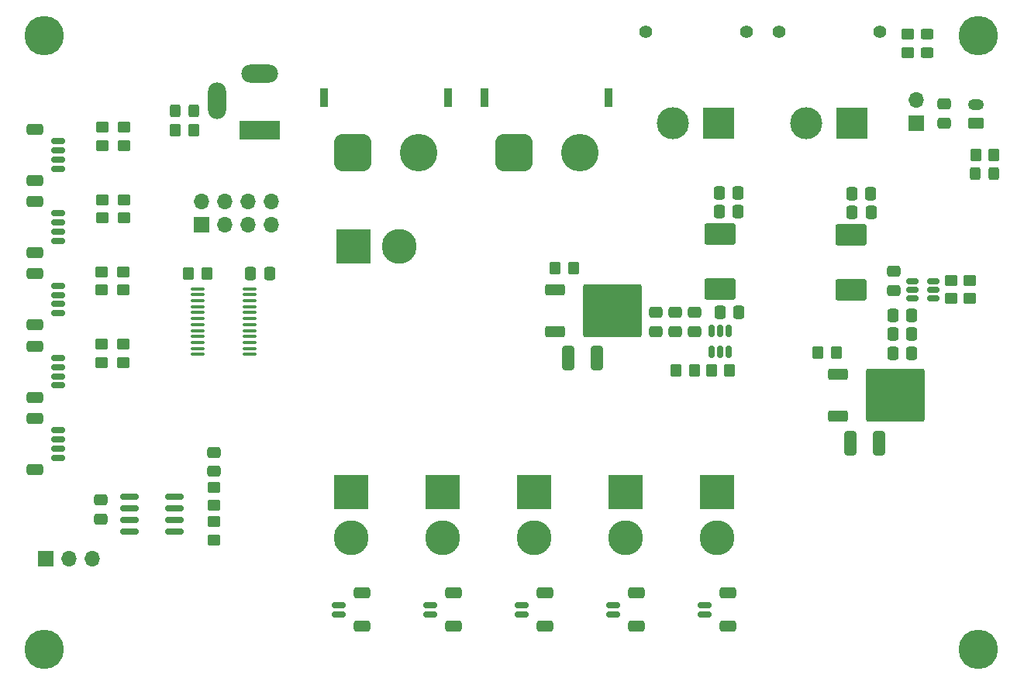
<source format=gts>
%TF.GenerationSoftware,KiCad,Pcbnew,8.0.5+1*%
%TF.CreationDate,2024-10-17T10:57:33-04:00*%
%TF.ProjectId,mainBoard,6d61696e-426f-4617-9264-2e6b69636164,rev?*%
%TF.SameCoordinates,Original*%
%TF.FileFunction,Soldermask,Top*%
%TF.FilePolarity,Negative*%
%FSLAX46Y46*%
G04 Gerber Fmt 4.6, Leading zero omitted, Abs format (unit mm)*
G04 Created by KiCad (PCBNEW 8.0.5+1) date 2024-10-17 10:57:33*
%MOMM*%
%LPD*%
G01*
G04 APERTURE LIST*
G04 Aperture macros list*
%AMRoundRect*
0 Rectangle with rounded corners*
0 $1 Rounding radius*
0 $2 $3 $4 $5 $6 $7 $8 $9 X,Y pos of 4 corners*
0 Add a 4 corners polygon primitive as box body*
4,1,4,$2,$3,$4,$5,$6,$7,$8,$9,$2,$3,0*
0 Add four circle primitives for the rounded corners*
1,1,$1+$1,$2,$3*
1,1,$1+$1,$4,$5*
1,1,$1+$1,$6,$7*
1,1,$1+$1,$8,$9*
0 Add four rect primitives between the rounded corners*
20,1,$1+$1,$2,$3,$4,$5,0*
20,1,$1+$1,$4,$5,$6,$7,0*
20,1,$1+$1,$6,$7,$8,$9,0*
20,1,$1+$1,$8,$9,$2,$3,0*%
G04 Aperture macros list end*
%ADD10R,3.800000X3.800000*%
%ADD11C,3.800000*%
%ADD12RoundRect,0.150000X-0.625000X0.150000X-0.625000X-0.150000X0.625000X-0.150000X0.625000X0.150000X0*%
%ADD13RoundRect,0.250000X-0.650000X0.350000X-0.650000X-0.350000X0.650000X-0.350000X0.650000X0.350000X0*%
%ADD14C,4.300000*%
%ADD15R,4.500000X2.000000*%
%ADD16O,4.000000X2.000000*%
%ADD17O,2.000000X4.000000*%
%ADD18RoundRect,0.250000X0.625000X-0.350000X0.625000X0.350000X-0.625000X0.350000X-0.625000X-0.350000X0*%
%ADD19O,1.750000X1.200000*%
%ADD20R,0.900000X2.000000*%
%ADD21RoundRect,1.025000X-1.025000X-1.025000X1.025000X-1.025000X1.025000X1.025000X-1.025000X1.025000X0*%
%ADD22C,4.100000*%
%ADD23RoundRect,0.150000X0.625000X-0.150000X0.625000X0.150000X-0.625000X0.150000X-0.625000X-0.150000X0*%
%ADD24RoundRect,0.250000X0.650000X-0.350000X0.650000X0.350000X-0.650000X0.350000X-0.650000X-0.350000X0*%
%ADD25RoundRect,0.250000X-0.337500X-0.475000X0.337500X-0.475000X0.337500X0.475000X-0.337500X0.475000X0*%
%ADD26RoundRect,0.250000X0.337500X0.475000X-0.337500X0.475000X-0.337500X-0.475000X0.337500X-0.475000X0*%
%ADD27RoundRect,0.250000X0.475000X-0.337500X0.475000X0.337500X-0.475000X0.337500X-0.475000X-0.337500X0*%
%ADD28C,1.400000*%
%ADD29R,3.500000X3.500000*%
%ADD30C,3.500000*%
%ADD31RoundRect,0.250000X-0.350000X-0.450000X0.350000X-0.450000X0.350000X0.450000X-0.350000X0.450000X0*%
%ADD32RoundRect,0.250000X0.450000X-0.350000X0.450000X0.350000X-0.450000X0.350000X-0.450000X-0.350000X0*%
%ADD33RoundRect,0.150000X-0.512500X-0.150000X0.512500X-0.150000X0.512500X0.150000X-0.512500X0.150000X0*%
%ADD34R,1.700000X1.700000*%
%ADD35O,1.700000X1.700000*%
%ADD36RoundRect,0.250000X-0.450000X0.350000X-0.450000X-0.350000X0.450000X-0.350000X0.450000X0.350000X0*%
%ADD37RoundRect,0.150000X-0.150000X0.512500X-0.150000X-0.512500X0.150000X-0.512500X0.150000X0.512500X0*%
%ADD38RoundRect,0.235000X1.465000X-0.940000X1.465000X0.940000X-1.465000X0.940000X-1.465000X-0.940000X0*%
%ADD39RoundRect,0.250000X0.325000X0.450000X-0.325000X0.450000X-0.325000X-0.450000X0.325000X-0.450000X0*%
%ADD40RoundRect,0.250000X-0.850000X-0.350000X0.850000X-0.350000X0.850000X0.350000X-0.850000X0.350000X0*%
%ADD41RoundRect,0.249997X-2.950003X-2.650003X2.950003X-2.650003X2.950003X2.650003X-2.950003X2.650003X0*%
%ADD42RoundRect,0.250000X-0.475000X0.337500X-0.475000X-0.337500X0.475000X-0.337500X0.475000X0.337500X0*%
%ADD43RoundRect,0.250000X0.400000X1.075000X-0.400000X1.075000X-0.400000X-1.075000X0.400000X-1.075000X0*%
%ADD44RoundRect,0.250000X0.350000X0.450000X-0.350000X0.450000X-0.350000X-0.450000X0.350000X-0.450000X0*%
%ADD45RoundRect,0.150000X-0.825000X-0.150000X0.825000X-0.150000X0.825000X0.150000X-0.825000X0.150000X0*%
%ADD46RoundRect,0.250000X0.450000X-0.325000X0.450000X0.325000X-0.450000X0.325000X-0.450000X-0.325000X0*%
%ADD47RoundRect,0.100000X-0.637500X-0.100000X0.637500X-0.100000X0.637500X0.100000X-0.637500X0.100000X0*%
%ADD48RoundRect,0.250000X-0.325000X-0.450000X0.325000X-0.450000X0.325000X0.450000X-0.325000X0.450000X0*%
G04 APERTURE END LIST*
D10*
%TO.C,J6*%
X53266571Y-46775001D03*
D11*
X58266571Y-46775001D03*
%TD*%
D10*
%TO.C,J11*%
X93000000Y-73650000D03*
D11*
X93000000Y-78650000D03*
%TD*%
D10*
%TO.C,J10*%
X83000000Y-73650000D03*
D11*
X83000000Y-78650000D03*
%TD*%
D10*
%TO.C,J9*%
X73000000Y-73650000D03*
D11*
X73000000Y-78650000D03*
%TD*%
D10*
%TO.C,J8*%
X63000000Y-73650000D03*
D11*
X63000000Y-78650000D03*
%TD*%
D10*
%TO.C,J7*%
X53000000Y-73650000D03*
D11*
X53000000Y-78650000D03*
%TD*%
D12*
%TO.C,J25*%
X91675000Y-86000000D03*
X91675000Y-87000000D03*
D13*
X94200000Y-84700000D03*
X94200000Y-88300000D03*
%TD*%
D12*
%TO.C,J24*%
X81675000Y-86000000D03*
X81675000Y-87000000D03*
D13*
X84200000Y-84700000D03*
X84200000Y-88300000D03*
%TD*%
D12*
%TO.C,J15*%
X71675000Y-86000000D03*
X71675000Y-87000000D03*
D13*
X74200000Y-84700000D03*
X74200000Y-88300000D03*
%TD*%
D12*
%TO.C,J14*%
X61675000Y-86000000D03*
X61675000Y-87000000D03*
D13*
X64200000Y-84700000D03*
X64200000Y-88300000D03*
%TD*%
D12*
%TO.C,J13*%
X51675000Y-86000000D03*
X51675000Y-87000000D03*
D13*
X54200000Y-84700000D03*
X54200000Y-88300000D03*
%TD*%
D14*
%TO.C,H4*%
X121500000Y-90800000D03*
%TD*%
D15*
%TO.C,J5*%
X43075000Y-34095000D03*
D16*
X43075000Y-27895000D03*
D17*
X38375000Y-30895000D03*
%TD*%
D18*
%TO.C,J21*%
X121246571Y-33355001D03*
D19*
X121246571Y-31355001D03*
%TD*%
D20*
%TO.C,J2*%
X67645000Y-30575000D03*
X81145000Y-30575000D03*
D21*
X70795000Y-36575000D03*
D22*
X77995000Y-36575000D03*
%TD*%
D23*
%TO.C,J16*%
X21050000Y-38305000D03*
X21050000Y-37305000D03*
X21050000Y-36305000D03*
X21050000Y-35305000D03*
D24*
X18525000Y-39605000D03*
X18525000Y-34005000D03*
%TD*%
D25*
%TO.C,C5*%
X107727500Y-41015000D03*
X109802500Y-41015000D03*
%TD*%
D26*
%TO.C,C3*%
X114289071Y-58490001D03*
X112214071Y-58490001D03*
%TD*%
D25*
%TO.C,C6*%
X107737500Y-43075000D03*
X109812500Y-43075000D03*
%TD*%
D27*
%TO.C,C8*%
X88431094Y-56090930D03*
X88431094Y-54015930D03*
%TD*%
D28*
%TO.C,J4*%
X85195000Y-23375000D03*
X96195000Y-23375000D03*
D29*
X93195000Y-33375000D03*
D30*
X88195000Y-33375000D03*
%TD*%
D14*
%TO.C,H3*%
X19500000Y-90800000D03*
%TD*%
D31*
%TO.C,R6*%
X92391094Y-60353430D03*
X94391094Y-60353430D03*
%TD*%
D28*
%TO.C,J3*%
X99745000Y-23375000D03*
X110745000Y-23375000D03*
D29*
X107745000Y-33375000D03*
D30*
X102745000Y-33375000D03*
%TD*%
D25*
%TO.C,C12*%
X93252978Y-42975000D03*
X95327978Y-42975000D03*
%TD*%
D14*
%TO.C,H1*%
X19500000Y-23800000D03*
%TD*%
D32*
%TO.C,R3*%
X38075000Y-73125000D03*
X38075000Y-75125000D03*
%TD*%
D26*
%TO.C,C2*%
X114289071Y-56400001D03*
X112214071Y-56400001D03*
%TD*%
D33*
%TO.C,U1*%
X114339071Y-50600001D03*
X114339071Y-51550001D03*
X114339071Y-52500001D03*
X116614071Y-52500001D03*
X116614071Y-51550001D03*
X116614071Y-50600001D03*
%TD*%
D27*
%TO.C,C16*%
X38075000Y-69307500D03*
X38075000Y-71382500D03*
%TD*%
D34*
%TO.C,J22*%
X114775000Y-33375000D03*
D35*
X114775000Y-30835000D03*
%TD*%
D36*
%TO.C,R19*%
X25795000Y-49595000D03*
X25795000Y-51595000D03*
%TD*%
D26*
%TO.C,C1*%
X114289071Y-54310001D03*
X112214071Y-54310001D03*
%TD*%
D36*
%TO.C,R2*%
X120576571Y-50495001D03*
X120576571Y-52495001D03*
%TD*%
%TO.C,R17*%
X25895000Y-41695000D03*
X25895000Y-43695000D03*
%TD*%
D37*
%TO.C,U2*%
X94291094Y-56065930D03*
X93341094Y-56065930D03*
X92391094Y-56065930D03*
X92391094Y-58340930D03*
X93341094Y-58340930D03*
X94291094Y-58340930D03*
%TD*%
D38*
%TO.C,L2*%
X93311094Y-51508430D03*
X93311094Y-45458430D03*
%TD*%
D34*
%TO.C,J23*%
X36725000Y-44475000D03*
D35*
X36725000Y-41935000D03*
X39265000Y-44475000D03*
X39265000Y-41935000D03*
X41805000Y-44475000D03*
X41805000Y-41935000D03*
X44345000Y-44475000D03*
X44345000Y-41935000D03*
%TD*%
D36*
%TO.C,R20*%
X28125000Y-49595000D03*
X28125000Y-51595000D03*
%TD*%
D39*
%TO.C,D2*%
X35841571Y-32025001D03*
X33791571Y-32025001D03*
%TD*%
D36*
%TO.C,R16*%
X28225000Y-33795000D03*
X28225000Y-35795000D03*
%TD*%
D27*
%TO.C,C10*%
X86351094Y-56090930D03*
X86351094Y-54015930D03*
%TD*%
D31*
%TO.C,R7*%
X88541094Y-60353430D03*
X90541094Y-60353430D03*
%TD*%
D40*
%TO.C,Q2*%
X106175000Y-60805000D03*
D41*
X112475000Y-63085000D03*
D40*
X106175000Y-65365000D03*
%TD*%
D35*
%TO.C,J12*%
X24726571Y-80925001D03*
X22186571Y-80925001D03*
D34*
X19646571Y-80925001D03*
%TD*%
D36*
%TO.C,R18*%
X28225000Y-41695000D03*
X28225000Y-43695000D03*
%TD*%
D31*
%TO.C,R5*%
X33816571Y-34075001D03*
X35816571Y-34075001D03*
%TD*%
D42*
%TO.C,C4*%
X112266571Y-49527501D03*
X112266571Y-51602501D03*
%TD*%
D31*
%TO.C,R10*%
X75325000Y-49221428D03*
X77325000Y-49221428D03*
%TD*%
D43*
%TO.C,R13*%
X110676571Y-68325001D03*
X107576571Y-68325001D03*
%TD*%
D26*
%TO.C,C11*%
X95408594Y-54013430D03*
X93333594Y-54013430D03*
%TD*%
D43*
%TO.C,R14*%
X79851095Y-59035001D03*
X76751095Y-59035001D03*
%TD*%
D23*
%TO.C,J17*%
X21050000Y-46205000D03*
X21050000Y-45205000D03*
X21050000Y-44205000D03*
X21050000Y-43205000D03*
D24*
X18525000Y-47505000D03*
X18525000Y-41905000D03*
%TD*%
D23*
%TO.C,J20*%
X21050000Y-69905000D03*
X21050000Y-68905000D03*
X21050000Y-67905000D03*
X21050000Y-66905000D03*
D24*
X18525000Y-71205000D03*
X18525000Y-65605000D03*
%TD*%
D32*
%TO.C,R8*%
X113840000Y-25605000D03*
X113840000Y-23605000D03*
%TD*%
D25*
%TO.C,C13*%
X93252978Y-40985000D03*
X95327978Y-40985000D03*
%TD*%
D36*
%TO.C,R21*%
X25795000Y-57495000D03*
X25795000Y-59495000D03*
%TD*%
D23*
%TO.C,J18*%
X21050000Y-54105000D03*
X21050000Y-53105000D03*
X21050000Y-52105000D03*
X21050000Y-51105000D03*
D24*
X18525000Y-55405000D03*
X18525000Y-49805000D03*
%TD*%
D36*
%TO.C,R22*%
X28125000Y-57495000D03*
X28125000Y-59495000D03*
%TD*%
D31*
%TO.C,R4*%
X121245001Y-36853429D03*
X123245001Y-36853429D03*
%TD*%
D44*
%TO.C,R9*%
X106046572Y-58453430D03*
X104046572Y-58453430D03*
%TD*%
D38*
%TO.C,L1*%
X107626571Y-51580001D03*
X107626571Y-45530001D03*
%TD*%
D25*
%TO.C,C7*%
X42037500Y-49805000D03*
X44112500Y-49805000D03*
%TD*%
D32*
%TO.C,R24*%
X38075000Y-76875000D03*
X38075000Y-78875000D03*
%TD*%
D14*
%TO.C,H2*%
X121500000Y-23800000D03*
%TD*%
D40*
%TO.C,Q1*%
X75275000Y-51550000D03*
D41*
X81575000Y-53830000D03*
D40*
X75275000Y-56110000D03*
%TD*%
D45*
%TO.C,IC1*%
X33745000Y-74120000D03*
X33745000Y-75390000D03*
X33745000Y-76660000D03*
X33745000Y-77930000D03*
X28795000Y-77930000D03*
X28795000Y-76660000D03*
X28795000Y-75390000D03*
X28795000Y-74120000D03*
%TD*%
D27*
%TO.C,C9*%
X90541094Y-56090930D03*
X90541094Y-54015930D03*
%TD*%
D32*
%TO.C,R1*%
X118546571Y-52495001D03*
X118546571Y-50495001D03*
%TD*%
D36*
%TO.C,R15*%
X25895000Y-33795000D03*
X25895000Y-35795000D03*
%TD*%
D46*
%TO.C,D3*%
X115931572Y-25663430D03*
X115931572Y-23613430D03*
%TD*%
D42*
%TO.C,C15*%
X117776571Y-31247501D03*
X117776571Y-33322501D03*
%TD*%
D44*
%TO.C,R23*%
X37295000Y-49805000D03*
X35295000Y-49805000D03*
%TD*%
D23*
%TO.C,J19*%
X21050000Y-62005000D03*
X21050000Y-61005000D03*
X21050000Y-60005000D03*
X21050000Y-59005000D03*
D24*
X18525000Y-63305000D03*
X18525000Y-57705000D03*
%TD*%
D47*
%TO.C,U3*%
X36257500Y-51450000D03*
X36257500Y-52100000D03*
X36257500Y-52750000D03*
X36257500Y-53400000D03*
X36257500Y-54050000D03*
X36257500Y-54700000D03*
X36257500Y-55350000D03*
X36257500Y-56000000D03*
X36257500Y-56650000D03*
X36257500Y-57300000D03*
X36257500Y-57950000D03*
X36257500Y-58600000D03*
X41982500Y-58600000D03*
X41982500Y-57950000D03*
X41982500Y-57300000D03*
X41982500Y-56650000D03*
X41982500Y-56000000D03*
X41982500Y-55350000D03*
X41982500Y-54700000D03*
X41982500Y-54050000D03*
X41982500Y-53400000D03*
X41982500Y-52750000D03*
X41982500Y-52100000D03*
X41982500Y-51450000D03*
%TD*%
D48*
%TO.C,D1*%
X121220001Y-38890001D03*
X123270001Y-38890001D03*
%TD*%
D27*
%TO.C,C14*%
X25665000Y-74537500D03*
X25665000Y-76612500D03*
%TD*%
D20*
%TO.C,J1*%
X50095000Y-30575000D03*
X63595000Y-30575000D03*
D21*
X53245000Y-36575000D03*
D22*
X60445000Y-36575000D03*
%TD*%
M02*

</source>
